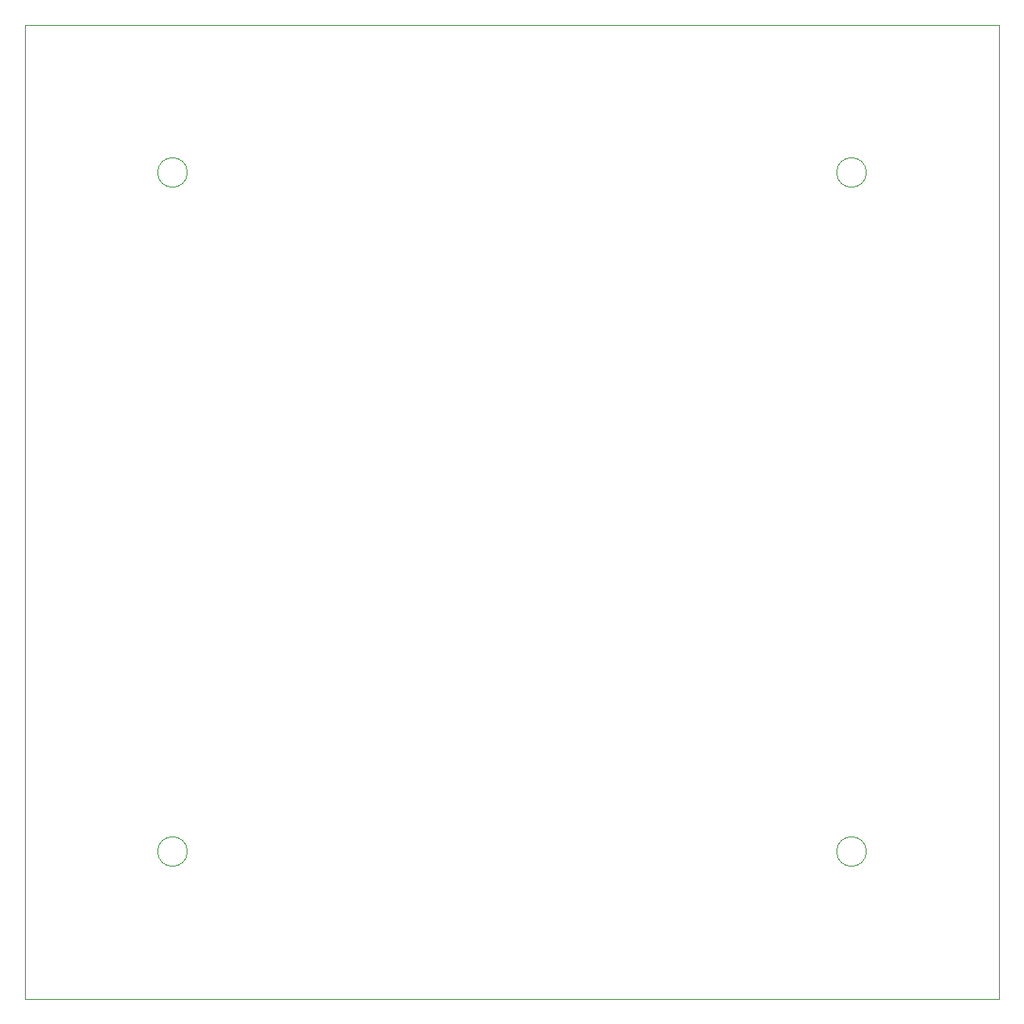
<source format=gbr>
%TF.GenerationSoftware,KiCad,Pcbnew,(6.0.9)*%
%TF.CreationDate,2023-04-03T18:36:50+10:00*%
%TF.ProjectId,Chi Chi - GV2,43686920-4368-4692-902d-204756322e6b,rev?*%
%TF.SameCoordinates,Original*%
%TF.FileFunction,Profile,NP*%
%FSLAX46Y46*%
G04 Gerber Fmt 4.6, Leading zero omitted, Abs format (unit mm)*
G04 Created by KiCad (PCBNEW (6.0.9)) date 2023-04-03 18:36:50*
%MOMM*%
%LPD*%
G01*
G04 APERTURE LIST*
%TA.AperFunction,Profile*%
%ADD10C,0.100000*%
%TD*%
G04 APERTURE END LIST*
D10*
X204000000Y-92000000D02*
X303000000Y-92000000D01*
X220500000Y-107000000D02*
G75*
G03*
X220500000Y-107000000I-1500000J0D01*
G01*
X303000000Y-191000000D02*
X204000000Y-191000000D01*
X204000000Y-191000000D02*
X204000000Y-92000000D01*
X303000000Y-92000000D02*
X303000000Y-191000000D01*
X289500000Y-176000000D02*
G75*
G03*
X289500000Y-176000000I-1500000J0D01*
G01*
X289500000Y-107000000D02*
G75*
G03*
X289500000Y-107000000I-1500000J0D01*
G01*
X220500000Y-176000000D02*
G75*
G03*
X220500000Y-176000000I-1500000J0D01*
G01*
M02*

</source>
